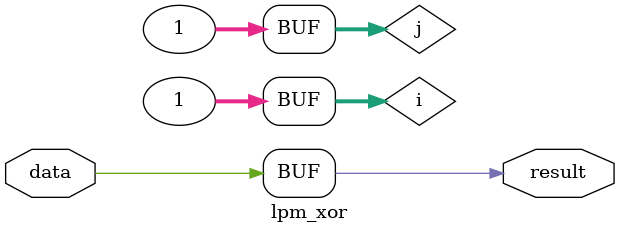
<source format=v>
module lpm_abs ( result, overflow, data ) ;

  parameter lpm_type = "lpm_abs" ;
  parameter lpm_width = 1 ;

  input  [lpm_width-1:0] data ;
  output [lpm_width-1:0] result ;
  output overflow ;

  reg    [lpm_width-1:0] a_int ;
  reg    [lpm_width-1:0] result ;
  reg	 overflow;
  integer i;

  always @(data)
    begin

	overflow = 0;
	if ( data[lpm_width-1] == 1)
	    begin
		a_int = 0;
		for(i = 0; i < lpm_width - 1; i = i + 1)
	                a_int[i] = data[i] ^ 1;
		result = (a_int + 1) ;
		overflow = (result == ( 1<<(lpm_width -1))) ;
            end
	else result = data;
    end

endmodule // lpm_abs

module lpm_add_sub (  result, cout, overflow,
        add_sub, cin, dataa, datab, clock, aclr ) ;

  parameter lpm_type = "lpm_add_sub" ;
  parameter lpm_width = 1 ;
  parameter lpm_pipeline = 0 ;
  parameter lpm_representation = "UNSIGNED" ;
  parameter lpm_direction  = "UNUSED" ;

  input  [lpm_width-1:0] dataa, datab ;
  input  add_sub, cin ;
  input  clock ;
  input  aclr ;
  output [lpm_width-1:0] result ;
  output cout, overflow ;

  reg  [lpm_width-1:0] tmp_result ;
  reg  [lpm_width-1:0] tmp_result2 [lpm_pipeline:0] ;
  reg  [lpm_pipeline:0] tmp_cout2 ;
  reg  [lpm_pipeline:0] tmp_overflow2 ;
  reg  tmp_cout ;
  reg  tmp_overflow ;
  reg  [lpm_width-2:0] tmp_a, tmp_b;
  integer i, j, k, n;
  integer dataa_int, datab_int, result_int, compare, borrow; 


  always @(  cin or dataa or datab or add_sub )
    begin

	begin
		borrow = cin?0:1 ;
		// cout is the same for both signed and unsign representation.	
  		if (lpm_direction == "ADD" || add_sub == 1) 
                begin
                        {tmp_cout,tmp_result} = dataa + datab + cin ;
                        tmp_overflow = tmp_cout ;
                end
                else
  		if (lpm_direction == "SUB" || add_sub == 0) 
                begin
                        // subtraction
                        {tmp_overflow, tmp_result} = dataa - datab - borrow ;
                        tmp_cout = (dataa >= (datab+borrow))?1:0 ;
                end
	
		if(lpm_representation == "SIGNED")
		begin
			// convert to negative integer
			if(dataa[lpm_width-1] == 1)
			begin
				for(j = 0; j < lpm_width - 1; j = j + 1)
					tmp_a[j] = dataa[j] ^ 1;
				dataa_int = (tmp_a + 1) * (-1) ;
			end
			else dataa_int = dataa;

			// convert to negative integer
			if(datab[lpm_width-1] == 1)
			begin
				for(k = 0; k < lpm_width - 1; k = k + 1)
					tmp_b[k] = datab[k] ^ 1;
				datab_int = (tmp_b + 1) * (-1);
			end
			else datab_int = datab;

			// perform the addtion or subtraction operation
  			if(lpm_direction == "ADD" || add_sub == 1)
  				result_int = dataa_int + datab_int + cin ;
  			else
  			if(lpm_direction == "SUB" || add_sub == 0)
  				result_int = dataa_int - datab_int - borrow ;
			tmp_result = result_int ;

			// set the overflow
			compare = 1 << (lpm_width -1);
			if((result_int > (compare - 1)) || (result_int < (-1)*(compare)))
				tmp_overflow = 1;
			else
				tmp_overflow = 0;
		end

	end
	end

  always @(posedge clock or posedge aclr )
    begin
        if(aclr)
        begin
        for(i = 0; i <= lpm_pipeline; i = i + 1)
        begin
            tmp_result2[i] = 'b0 ;
            tmp_cout2[i] = 1'b0 ;
            tmp_overflow2[i] = 1'b0 ;
        end
        end
	else begin
        tmp_result2[lpm_pipeline] = tmp_result ;
        tmp_cout2[lpm_pipeline] = tmp_cout ;
        tmp_overflow2[lpm_pipeline] = tmp_overflow ;
        for(n = 0; n < lpm_pipeline; n = n +1)
        begin
            tmp_result2[n] = tmp_result2[n+1] ;
            tmp_cout2[n] = tmp_cout2[n+1];
            tmp_overflow2[n] = tmp_overflow2[n+1];
        end
        end
    end


  assign result = (lpm_pipeline >0) ? tmp_result2[0]:tmp_result ;
  assign cout = (lpm_pipeline >0) ? tmp_cout2[0]  : tmp_cout;
  assign overflow = (lpm_pipeline >0) ? tmp_overflow2[0] : tmp_overflow ;

endmodule // lpm_add_sub

module lpm_and ( result, data ) ;

  parameter lpm_type = "lpm_and" ;
  parameter lpm_width = 1 ;
  parameter lpm_size = 1 ;

  input  [(lpm_size * lpm_width)-1:0] data;
  output [lpm_width-1:0] result ;

  reg    [lpm_width-1:0] result ;
  integer i, j, k;

  always @(data)
    begin
	for ( i=0; i<lpm_width; i=i+1)
	begin
		result[i] = data[i];
		for ( j=1; j<lpm_size; j=j+1)
		begin
			k = j * lpm_width + i;
			result[i] = result[i] & data[k];
		end
	end
    end

endmodule // lpm_and

module lpm_bipad ( result, pad, data, enable ) ;

  parameter lpm_type = "lpm_bipad" ;
  parameter lpm_width = 1 ;

  input  [lpm_width-1:0] data ;
  input  enable ;
  inout  [lpm_width-1:0] pad ;
  output [lpm_width-1:0] result ;

  reg    [lpm_width-1:0] tmp_pad ;
  reg    [lpm_width-1:0] result ;

  always @(data or pad or enable)
    begin
	if (enable == 1)
	   begin
		tmp_pad = data;
		result = 'bz;
	   end
	else
	if (enable == 0)
	   begin
		result = pad;
		tmp_pad = 'bz;
	   end
    end
  assign pad = tmp_pad;

endmodule // lpm_bipad

module lpm_bustri ( result, tridata, data, enabledt, enabletr ) ;

  parameter lpm_type = "lpm_bustri" ;
  parameter lpm_width = 1 ;

  input  [lpm_width-1:0] data ;
  input  enabletr ;
  input  enabledt ;
  output [lpm_width-1:0] result ;
  inout  [lpm_width-1:0] tridata ;

  reg    [lpm_width-1:0] result ;
  reg  [lpm_width-1:0] tmp_tridata ;

  always @(data or tridata or enabletr or enabledt)
    begin
	if (enabledt == 0 && enabletr == 1)
	   begin
		result = tridata;
		tmp_tridata = 'bz;
	   end
      	else
	if (enabledt == 1 && enabletr == 0)
	    begin
		result = 'bz;
		tmp_tridata = data;
	    end
	else
	if (enabledt == 1 && enabletr == 1)
	    begin
		result = data;
		tmp_tridata = data;
	    end
	else
	    begin
		result = 'bz;
		tmp_tridata = 'bz;
	    end
    end

  assign tridata = tmp_tridata;
endmodule // lpm_bustri

module lpm_clshift ( result, overflow,
        underflow, data,
        direction, distance) ;

  parameter lpm_type        = "lpm_clshift" ;
  parameter lpm_width       = 1 ;
  parameter lpm_widthdist   = 1 ;
  parameter lpm_shifttype   = "LOGICAL" ;

  input  [lpm_width-1:0] data ;
  input  [lpm_widthdist-1:0] distance ;
  input  direction ;
  output [lpm_width-1:0] result;
  output overflow ;
  output underflow;

  reg    [lpm_width-1:0] ONES ;
  reg    [lpm_width-1:0] result ;
  reg 	 overflow, underflow;
  integer i;

//---------------------------------------------------------------//
  function [lpm_width+1:0] LogicShift ;
    input [lpm_width-1:0] data ;
    input [lpm_widthdist-1:0] dist ;
    input direction ;
    reg   [lpm_width-1:0] tmp_buf ;
    reg   overflow, underflow ;
	
    begin
	  tmp_buf = data ;
	  overflow = 1'b0 ;
	  underflow = 1'b0 ;
	  if((direction) && (dist > 0))	// shift right
		begin
			tmp_buf = data >> dist ;
			if((data != 0 ) && ((dist >= lpm_width) || (tmp_buf == 0) ))
				underflow = 1'b1;
		end
	  else if (dist > 0) // shift left
		begin
			tmp_buf = data << dist ;
			if((data != 0) && ((dist >= lpm_width)
				|| ((data >> (lpm_width-dist)) != 0)))
				overflow = 1'b1;
		end
	  LogicShift = {overflow,underflow,tmp_buf[lpm_width-1:0]} ;
    end
  endfunction

//---------------------------------------------------------------//
  function [lpm_width+1:0] ArithShift ;
    input [lpm_width-1:0] data ;
    input [lpm_widthdist-1:0] dist ;
    input direction ;
    reg   [lpm_width-1:0] tmp_buf ;
    reg   overflow, underflow ;
    begin
	  tmp_buf = data ;
	  overflow = 1'b0 ;
	  underflow = 1'b0 ;

	  if(direction && (dist > 0))	// shift right
		begin
			if(data[lpm_width-1] == 0) // positive number
			  begin
	  			tmp_buf = data >> dist ;
				if((data != 0) && ((dist >= lpm_width) || (tmp_buf == 0)))
					underflow = 1'b1 ;
			  end
			else // negative number
			  begin
	  			tmp_buf = (data >> dist) | (ONES << (lpm_width - dist)) ;
				if((data != ONES) && ((dist >= lpm_width-1) || (tmp_buf == ONES)))
					underflow = 1'b1 ;
			  end
		end
	  else if(dist > 0) // shift left
		begin
			tmp_buf = data << dist ;
			if(data[lpm_width-1] == 0) // positive number
			  begin
				if((data != 0) && ((dist >= lpm_width-1) 
				|| ((data >> (lpm_width-dist-1)) != 0)))
					overflow = 1'b1;
			  end
			else // negative number
			  begin
				if((data != ONES) 
				&& ((dist >= lpm_width) 
				 ||(((data >> (lpm_width-dist-1))|(ONES << (dist+1))) != ONES)))
					overflow = 1'b1;
			  end
		end
	  ArithShift = {overflow,underflow,tmp_buf[lpm_width-1:0]} ;
    end
  endfunction

//---------------------------------------------------------------//
  function [lpm_width-1:0] RotateShift ;
    input [lpm_width-1:0] data ;
    input [lpm_widthdist-1:0] dist ;
    input direction ;
    reg   [lpm_width-1:0] tmp_buf ;
    begin
	  tmp_buf = data ;
	  if((direction) && (dist > 0))	// shift right
		begin
			tmp_buf = (data >> dist) | (data << (lpm_width - dist)) ;
		end
	  else if (dist > 0) // shift left
		begin
			tmp_buf = (data << dist) | (data >> (lpm_width - dist)) ;
		end
	  RotateShift = tmp_buf[lpm_width-1:0] ;
    end
  endfunction
//---------------------------------------------------------------//

  initial
  begin
	for(i=0; i < lpm_width; i=i+1)
        	ONES[i] = 1'b1 ;
  end

  always @(data or direction or distance)
    begin
          // lpm_shifttype is optional and default to LOGICAL
        if ((lpm_shifttype == "LOGICAL") )
          begin
                  {overflow,underflow,result} = LogicShift(data,distance,direction);
          end
        else if (lpm_shifttype == "ARITHMETIC")
          begin
                    {overflow,underflow,result} = ArithShift(data,distance,direction);
          end
        else if (lpm_shifttype == "ROTATE")
          begin
                    result = RotateShift(data, distance, direction) ;
  		    overflow = 1'b0;
  		    underflow = 1'b0;
          end
        else
          begin
                    result = 'bx ;
  		    overflow = 1'b0;
  		    underflow = 1'b0;
          end
 
    end

endmodule // lpm_clshift

module lpm_compare (  alb, aeb, agb, aleb, aneb, ageb, dataa, datab, clock, aclr ) ;


  parameter lpm_type = "lpm_compare" ;
  parameter lpm_width = 1 ;
  parameter lpm_pipeline = 0 ;
  parameter lpm_representation = "UNSIGNED" ;

  input  [lpm_width-1:0] dataa, datab ;
  input  clock ;
  input  aclr ;
  output alb, aeb, agb, aleb, aneb, ageb ;

  reg    tmp_alb, tmp_aeb, tmp_agb ;
  reg    tmp_aleb, tmp_aneb, tmp_ageb ;
  reg    [lpm_pipeline:0] tmp_alb2, tmp_aeb2, tmp_agb2 ;
  reg    [lpm_pipeline:0] tmp_aleb2, tmp_aneb2, tmp_ageb2 ;
  reg    [lpm_width-1:0] a_int;
  integer i, j, k, l, m, n, o, p, u, dataa_int, datab_int;

  always @( dataa or datab)
    begin
  		if (lpm_representation == "UNSIGNED") 
  	    	    begin
  			dataa_int = dataa[lpm_width-1:0];
  			datab_int = datab[lpm_width-1:0];
  	    	    end
  		else
  		if (lpm_representation == "SIGNED")
  		    begin
			if ( dataa[lpm_width-1] == 1)
	    		begin
				a_int = 0;
				for(i = 0; i < lpm_width - 1; i = i + 1)
	                		a_int[i] = dataa[i] ^ 1;
				dataa_int = (a_int + 1) * (-1) ;
			end
			else dataa_int = dataa[lpm_width-1:0];

			if ( datab[lpm_width-1] == 1)
	    		begin
				a_int = 0;
				for(j = 0; j < lpm_width - 1; j = j + 1)
	                		a_int[j] = datab[j] ^ 1;
				datab_int = (a_int + 1) * (-1) ;
			end
			else datab_int = datab[lpm_width-1:0];
		    end

		tmp_alb = (dataa_int < datab_int);
		tmp_aeb = (dataa_int == datab_int);
		tmp_agb = (dataa_int > datab_int);
		tmp_aleb = (dataa_int <= datab_int);
		tmp_aneb = (dataa_int != datab_int);
		tmp_ageb = (dataa_int >= datab_int);
    end

  always @( posedge clock or posedge aclr)
    begin
        if (aclr)
            begin 
        	for(u = 0; u <= lpm_pipeline; u = u +1)
		begin
            		tmp_aeb2[u] = 'b0 ;
            		tmp_agb2[u] = 'b0 ;
            		tmp_alb2[u] = 'b0 ;
            		tmp_aleb2[u] = 'b0 ;
            		tmp_aneb2[u] = 'b0 ;
            		tmp_ageb2[u] = 'b0 ;
		end
            end
	else
        begin
                // Assign results to registers
                tmp_alb2[lpm_pipeline] = tmp_alb ;
                tmp_aeb2[lpm_pipeline] = tmp_aeb ;
                tmp_agb2[lpm_pipeline] = tmp_agb ;
                tmp_aleb2[lpm_pipeline] = tmp_aleb ;
                tmp_aneb2[lpm_pipeline] = tmp_aneb ;
                tmp_ageb2[lpm_pipeline] = tmp_ageb ;

        	for(k = 0; k < lpm_pipeline; k = k +1)
            		tmp_alb2[k] = tmp_alb2[k+1] ;
        	for(l = 0; l < lpm_pipeline; l = l +1)
            		tmp_aeb2[l] = tmp_aeb2[l+1] ;
        	for(m = 0; m < lpm_pipeline; m = m +1)
            		tmp_agb2[m] = tmp_agb2[m+1] ;
        	for(n = 0; n < lpm_pipeline; n = n +1)
            		tmp_aleb2[n] = tmp_aleb2[n+1] ;
        	for(o = 0; o < lpm_pipeline; o = o +1)
            		tmp_aneb2[o] = tmp_aneb2[o+1] ;
        	for(p = 0; p < lpm_pipeline; p = p +1)
            		tmp_ageb2[p] = tmp_ageb2[p+1] ;
	end
    end

  assign alb = (lpm_pipeline > 0) ? tmp_alb2[0] : tmp_alb;
  assign aeb = (lpm_pipeline > 0) ? tmp_aeb2[0] : tmp_aeb;
  assign agb = (lpm_pipeline > 0) ? tmp_agb2[0] : tmp_agb;
  assign aleb = (lpm_pipeline > 0) ? tmp_aleb2[0] : tmp_aleb;
  assign aneb = (lpm_pipeline > 0) ? tmp_aneb2[0] : tmp_aneb;
  assign ageb = (lpm_pipeline > 0) ? tmp_ageb2[0] : tmp_ageb;

endmodule // lpm_compare

module lpm_constant ( result ) ;

  parameter lpm_type = "lpm_constant" ;
  parameter lpm_width = 1 ;
  parameter lpm_cvalue = 0 ;
  parameter lpm_strength = "UNUSED";

  output [lpm_width-1:0] result ;

  assign result = lpm_cvalue ;

endmodule // lpm_constant


module lpm_counter ( q, eq, 
        data, clock,
        clk_en, cnt_en, updown,
        aset, aclr, aload, 
        sset, sclr, sload) ;

  parameter lpm_type	 = "lpm_counter";
  parameter lpm_width    = 1 ;
  parameter lpm_modulus  = 1<<lpm_width ;
  parameter lpm_avalue   = "UNUSED" ;
  parameter lpm_svalue   = "UNUSED" ;
  parameter lpm_pvalue   = "UNUSED" ;
  parameter lpm_direction  = "UNUSED" ;

  output [lpm_width-1:0] q ;
  output [lpm_modulus-1:0] eq ;
  input  [lpm_width-1:0] data ;
  input  clock, clk_en, cnt_en, updown ;
  input  aset, aclr, aload ;
  input  sset, sclr, sload ;

  reg  [lpm_width-1:0] tmp_count ;
  reg  [lpm_width-1:0] re_start ;
  integer up_limit ;

//---------------------------------------------------------------//
  function [lpm_width-1:0] NextBin ;
        input [lpm_width-1:0] count ;
    begin 
	  up_limit = (updown == 1)?(lpm_modulus - 1):0 ;
	  re_start = (updown == 1)?0:(lpm_modulus - 1) ;
	  if(((count >= up_limit) && updown)
		|| ((count == up_limit) && !updown))
		NextBin = re_start ;
	  else
	  	NextBin = (updown == 1)?count+1:count-1 ;
    end 
  endfunction

//---------------------------------------------------------------//
//  function [(1<<lpm_width)-1:0] CountDecode ;
//---------------------------------------------------------------//
  function [lpm_modulus:0] CountDecode ;
    input [lpm_width-1:0] count ;
    integer eq_index ;
    begin
	  CountDecode = 0 ;
	  eq_index = 0;
	  if(count < lpm_modulus)
	  begin
		  eq_index = count ;
	  	  CountDecode[eq_index] = 1'b1 ;
	  end
    end
  endfunction

//---------------------------------------------------------------//
//  function integer str_to_int ;
//---------------------------------------------------------------//
  function integer str_to_int ;
    input  [8*16:1] s; 
    reg [8*16:1] reg_s;
    reg [8:1]   digit ;
    reg [8:1] tmp;
    integer   m , ivalue ; 
    begin 
  
	ivalue = 0;
	reg_s = s;
        for (m=1; m<=16; m= m+1 ) 
        begin 
		tmp = reg_s[128:121];
		digit = tmp & 8'b00001111;
		reg_s = reg_s << 8;	
                ivalue = ivalue * 10 + digit; 
        end
	str_to_int = ivalue;
    end
  endfunction

//---------------------------------------------------------------//

  always @( posedge clock or posedge aclr or posedge aset or 
		posedge aload  )
    begin :asyn_block
      if (aclr)
        begin
          tmp_count = 0 ;
        end
      else if (aset)
        begin
        if (lpm_avalue == "UNUSED")
                tmp_count = {lpm_width{1'b1}};
        else
          	tmp_count = str_to_int(lpm_avalue) ;
        end
      else if (aload)
        begin
          tmp_count = data ;
        end
    else
    begin :syn_block
	  if( clk_en )
	    begin
	      if (sclr)
			begin :syn_clr
				 tmp_count = 0 ;
			end
	      else if (sset)
			begin :syn_set
                                 if (lpm_svalue == "UNUSED")
                                 	tmp_count = {lpm_width{1'b1}};
                                 else
					tmp_count = str_to_int(lpm_svalue) ;
			end
	      else if (sload)
			begin :syn_load
					tmp_count = data ;
			end
	      else if( cnt_en)
		begin
			tmp_count = NextBin(tmp_count) ;
	        end
	    end
    end
    end 

  assign q =  tmp_count ;
  assign eq = CountDecode(tmp_count) ;

 endmodule // lpm_counter

module lpm_decode ( eq, data, enable, clock, aclr) ;

  parameter lpm_type     = "lpm_decode" ;
  parameter lpm_width    = 1 ;
  parameter lpm_decodes  = 1 << lpm_width ;
  parameter lpm_pipeline = 0 ;


  input  [lpm_width-1:0] data ;
  input  enable ;
  input  clock ;
  input  aclr ;
  output [lpm_decodes-1:0] eq ;

  reg    [lpm_decodes-1:0] tmp_eq2 [lpm_pipeline:0] ;
  reg    [lpm_decodes-1:0] tmp_eq;
  integer i, j;


  always @( data or enable)
    begin
	tmp_eq = 0;
	if (enable)
            begin
                if( (data < lpm_decodes))
                    begin
                        tmp_eq[data] = 1'b1 ;
                    end else
			tmp_eq = 0;
	    end
    end
 
    always @(posedge clock or posedge aclr)
    begin
        if (aclr)
            begin 
                for(i = 0; i <= lpm_pipeline; i = i + 1)
            		tmp_eq2[i] = 'b0 ;
            end
   	else 
	begin
        tmp_eq2[lpm_pipeline] = tmp_eq ;
        for(j = 0; j < lpm_pipeline; j = j +1)
            tmp_eq2[j] = tmp_eq2[j+1] ;
	end
      end

  assign eq = (lpm_pipeline > 0) ? tmp_eq2[0] : tmp_eq;

endmodule // lpm_decode

module lpm_ff ( q,
        data, clock, enable,
        aclr, aset,
        sclr, sset,
        aload, sload) ;

  parameter lpm_type = "lpm_ff" ;
  parameter lpm_fftype = "DFF" ;
  parameter lpm_width  = 1 ;
  parameter lpm_avalue = "UNUSED" ;
  parameter lpm_svalue = "UNUSED" ;

  input  [lpm_width-1:0] data ;
  input  clock, enable ;
  input  aclr, aset ;
  input  sclr, sset ;
  input  aload, sload  ;
  output [lpm_width-1:0] q;

  reg   [lpm_width-1:0] tmp_q ;
  integer i ;

//---------------------------------------------------------------//
//  function integer str_to_int ;
//---------------------------------------------------------------//
  function integer str_to_int ;
    input  [8*16:1] s; 
    reg [8*16:1] reg_s;
    reg [8:1]   digit ;
    reg [8:1] tmp;
    integer   m , ivalue ; 
    begin 
  
	ivalue = 0;
	reg_s = s;
        for (m=1; m<=16; m= m+1 ) 
        begin 
		tmp = reg_s[128:121];
		digit = tmp & 8'b00001111;
		reg_s = reg_s << 8;	
                ivalue = ivalue * 10 + digit; 
        end
	str_to_int = ivalue;
    end
  endfunction
//---------------------------------------------------------------//

  always @( posedge clock or posedge aclr or posedge aset or posedge aload )
    begin :asyn_block // Asynchronous process

      if (aclr)
	begin
         	 tmp_q = 0 ;
	end
      else if (aset)
	begin
		if (lpm_avalue == "UNUSED")
			tmp_q = {lpm_width{1'b1}};
		else
			tmp_q = str_to_int(lpm_avalue) ;
	end
      else if (aload)
	begin
         	 tmp_q = data ;
	end
    else

    begin :syn_block // Synchronous process
      	if (enable)
	    begin
		if(sclr)
		  begin
       			tmp_q = 0;
		  end
      		else if (sset )
		  begin
			if (lpm_svalue == "UNUSED") 
       		                tmp_q = {lpm_width{1'b1}}; 
	                else
				tmp_q = str_to_int(lpm_svalue) ;
		  end
      		else if (sload)  // Load data
		  begin
        		tmp_q = data ;
		  end
		else
		  begin
  			if(lpm_fftype == "TFF") // toggle
			  begin
   		             for (i = 0 ; i < lpm_width; i=i+1)
       			         begin
  					if(data[i] == 1'b1) 
  						tmp_q[i] = ~tmp_q[i];
               		 	 end
			  end
  			else 
  			if(lpm_fftype == "DFF") // load data
        			tmp_q = data ;
		  end
	    end
    end
    end

    assign q = tmp_q;
endmodule // lpm_ff
 
module lpm_inpad ( result, pad ) ;

  parameter lpm_type = "lpm_inpad" ;
  parameter lpm_width = 1 ;

  input  [lpm_width-1:0] pad ;
  output [lpm_width-1:0] result ;

  reg    [lpm_width-1:0] result ;

  always @(pad)
    begin
      result = pad ;
    end

endmodule // lpm_inpad

module lpm_inv ( result, data ) ;

  parameter lpm_type = "lpm_inv" ;
  parameter lpm_width = 1 ;

  input  [lpm_width-1:0] data ;
  output [lpm_width-1:0] result ;

  reg    [lpm_width-1:0] result ;

  always @(data)
    begin
      result = ~data ;
    end

endmodule // lpm_inv

module lpm_latch ( q, data, gate, aset, aclr );

  parameter lpm_type = "lpm_latch" ;
  parameter lpm_width = 1 ;
  parameter lpm_avalue = "UNUSED" ;
  parameter lpm_pvalue = "UNUSED" ;

  input  [lpm_width-1:0] data ;
  input  gate, aset, aclr ;
  output [lpm_width-1:0] q ;

  reg [lpm_width-1:0] q ;

//---------------------------------------------------------------//
//  function integer str_to_int ;
//---------------------------------------------------------------//
  function integer str_to_int ;
    input  [8*16:1] s; 
    reg [8*16:1] reg_s;
    reg [8:1]   digit ;
    reg [8:1] tmp;
    integer   m , ivalue ; 
    begin 
  
	ivalue = 0;
	reg_s = s;
        for (m=1; m<=16; m= m+1 ) 
        begin 
		tmp = reg_s[128:121];
		digit = tmp & 8'b00001111;
		reg_s = reg_s << 8;	
                ivalue = ivalue * 10 + digit; 
        end
	str_to_int = ivalue;
    end
  endfunction
//---------------------------------------------------------------//

  always @(data or gate or aclr or aset)
    begin
	if (aclr)
		q = 'b0;
	else if (aset)
	    begin
		if (lpm_avalue == "UNUSED")
			q = {lpm_width{1'b1}};
		else	
			q = str_to_int(lpm_avalue);
	    end
	else if (gate)
		q = data;
	
    end

endmodule // lpm_latch

module lpm_mult ( result, dataa, datab, sum, clock, aclr ) ;

  parameter lpm_type       = "lpm_mult" ;
  parameter lpm_widtha     = 1 ;
  parameter lpm_widthb     = 1 ;
  parameter lpm_widths     = 1 ;
  parameter lpm_widthp     = 2 ;
  parameter lpm_pipeline   = 0 ;
  parameter lpm_representation  = "UNSIGNED" ;

  input  clock ;
  input  aclr ;
  input  [lpm_widtha-1:0] dataa ;
  input  [lpm_widthb-1:0] datab ;
  input  [lpm_widths-1:0] sum ;
  output [lpm_widthp-1:0] result;

  // inernal reg
  reg   [lpm_widthp-1:0] tmp_result ;
  reg   [lpm_widthp-1:0] tmp_result2 [lpm_pipeline:0];
  reg   [lpm_widtha-2:0] a_int ;
  reg   [lpm_widthb-2:0] b_int ;
  reg   [lpm_widths-2:0] s_int ;
  reg   [lpm_widthp-2:0] p_reg ;
  integer p_int;
  integer i, j, k, m, n, p, maxs_mn ;
  integer int_dataa, int_datab, int_sum, int_result ;


  always @( dataa or datab or sum)
    begin
      		if (lpm_representation == "UNSIGNED")
        		begin
		  			int_dataa = dataa ;
		  			int_datab = datab ;
		  			int_sum = sum ;
        		end
      		else 
  		if (lpm_representation == "SIGNED")
          		begin
		  		// convert signed dataa
          		if(dataa[lpm_widtha-1] == 1)
          		begin
            		int_dataa = 0 ;
            		for(i = 0; i < lpm_widtha - 1; i = i + 1)
                		a_int[i] = dataa[i] ^ 1;
            		int_dataa = (a_int + 1) * (-1) ;
          		end
          		else int_dataa = dataa ;

		  		// convert signed datab
          		if(datab[lpm_widthb-1] == 1)
          		begin
            		int_datab = 0 ;
            		for(j = 0; j < lpm_widthb - 1; j = j + 1)
                		b_int[j] = datab[j] ^ 1;
            		int_datab = (b_int + 1) * (-1) ;
          		end
          		else int_datab = datab ;

		  		// convert signed sum
          		if(sum[lpm_widths-1] == 1)
          		begin
            		int_sum = 0 ;
            		for(k = 0; k < lpm_widths - 1; k = k + 1)
                		s_int[k] = sum[k] ^ 1;
            		int_sum = (s_int + 1) * (-1) ;
          		end
          		else int_sum = sum ;
				end
        		else 
          		begin
  		  			int_dataa = {lpm_widtha{1'bx}} ;
  		  			int_datab = {lpm_widthb{1'bx}} ;
  		  			int_sum   = {lpm_widths{1'bx}} ;
          		end

	  		p_int = int_dataa * int_datab + int_sum ;
			maxs_mn = ((lpm_widtha+lpm_widthb)>lpm_widths)?lpm_widtha+lpm_widthb:lpm_widths ;
	  		if(lpm_widthp >= maxs_mn)
				tmp_result = p_int ;
	  		else
				begin
					p_reg = p_int;
					for(m = 0; m < lpm_widthp; m = m +1)
						tmp_result[lpm_widthp-1-m] = p_reg[maxs_mn-1-m] ;
				end	
	end

	always @(posedge clock or posedge aclr)
	begin
	  if(aclr)
		begin
			for(p = 0; p <= lpm_pipeline; p = p + 1)
				tmp_result2[p] = 'b0;
		end
	  else
	  begin :syn_block
	  	tmp_result2[lpm_pipeline] = tmp_result ;
		for(n = 0; n < lpm_pipeline; n = n +1)
			tmp_result2[n] = tmp_result2[n+1] ;
	  end
	end

  assign result = (lpm_pipeline > 0) ? tmp_result2[0] : tmp_result ;

 endmodule // lpm_mult

module lpm_mux ( result, clock, data, aclr, sel ) ;

  parameter lpm_type = "lpm_mux" ;
  parameter lpm_width =1 ;
  parameter lpm_size =1 ;
  parameter lpm_widths = 1;
  parameter lpm_pipeline = 0;

  input  [(lpm_size * lpm_width)-1:0] data;
  input aclr;
  input clock;
  input [lpm_widths-1:0] sel;
  output [lpm_width-1:0] result ;

  integer i, j, m, n;
  reg 	[lpm_width-1:0] tmp_result;
  reg	[lpm_width-1:0] tmp_result2 [lpm_pipeline:0];

  always @(data or sel)
    begin
	tmp_result = 0;
	for (m=0; m<lpm_width; m=m+1)
	begin
		n = sel * lpm_width + m;
		tmp_result[m] = data[n];
	end
    end

    always @(posedge clock or posedge aclr)
    begin
        if (aclr)
            begin
                for(i = 0; i <= lpm_pipeline; i = i + 1)
                        tmp_result2[i] = 'b0 ;
            end
        else
        begin
        	tmp_result2[lpm_pipeline] = tmp_result ;
        	for(j = 0; j < lpm_pipeline; j = j +1)
            		tmp_result2[j] = tmp_result2[j+1] ;
        end
      end

  assign result = (lpm_pipeline > 0) ? tmp_result2[0] : tmp_result;
endmodule // lpm_mux

module lpm_or ( result, data ) ;

  parameter lpm_type = "lpm_and" ;
  parameter lpm_width = 1 ;
  parameter lpm_size = 1 ;

  input  [(lpm_size * lpm_width)-1:0] data;
  output [lpm_width-1:0] result ;

  reg    [lpm_width-1:0] result ;
  integer i, j, k;

  always @(data)
    begin
	for ( i=0; i<lpm_width; i=i+1)
	begin
		result[i] = data[i];
		for ( j=1; j<lpm_size; j=j+1)
		begin
			k = j * lpm_width + i;
			result[i] = result[i] | data[k];
		end
	end
    end

endmodule // lpm_and

module lpm_outpad ( data, pad ) ;

  parameter lpm_type = "lpm_outpad" ;
  parameter lpm_width = 1 ;

  input [lpm_width-1:0] data ;
  output  [lpm_width-1:0] pad ;

  reg   [lpm_width-1:0] pad ;

  always @(data)
    begin
      pad = data ;
    end

endmodule // lpm_outpad

module lpm_shiftreg ( q, shiftout,
        data, clock, enable,
        aclr, aset, 
        sclr, sset,
        shiftin, load) ;

  parameter lpm_type = "lpm_shiftreg" ;
  parameter lpm_width  = 1 ;
  parameter lpm_avalue = "UNUSED" ;
  parameter lpm_svalue = "UNUSED" ;
  parameter lpm_direction = "LEFT" ;

  input  [lpm_width-1:0] data ;
  input  clock, enable ;
  input  aclr, aset;
  input  sclr, sset ;
  input  shiftin, load ;
  output [lpm_width-1:0] q;
  output shiftout ;

  reg   [lpm_width-1:0] tmp_q ;
  reg   abit ;
  integer i ;

  wire  tmp_shiftout;

//---------------------------------------------------------------//
//  function integer str_to_int ;
//---------------------------------------------------------------//
  function integer str_to_int ;
    input  [8*16:1] s; 
    reg [8*16:1] reg_s;
    reg [8:1]   digit ;
    reg [8:1] tmp;
    integer   m , ivalue ; 
    begin 
  
	ivalue = 0;
	reg_s = s;
        for (m=1; m<=16; m= m+1 ) 
        begin 
		tmp = reg_s[128:121];
		digit = tmp & 8'b00001111;
		reg_s = reg_s << 8;	
                ivalue = ivalue * 10 + digit; 
        end
	str_to_int = ivalue;
    end
  endfunction
//---------------------------------------------------------------//

  always @( posedge clock or posedge aclr or posedge aset )
    begin :asyn_block // Asynchronous process

	if (aclr)
	    begin
        	 tmp_q = 0 ;
	    end
	else if (aset )
	    begin
		if (lpm_avalue === "UNUSED")
                        tmp_q = {lpm_width{1'b1}};
		else
         	 	tmp_q = str_to_int(lpm_avalue) ;
	    end
	else

    begin :syn_block // Synchronous process
      	if (enable)
	  begin
		if(sclr)
		  begin
       			tmp_q = 0;
		  end
      		else if (sset)
		  begin
			if (lpm_svalue === "UNUSED")
				tmp_q = {lpm_width{1'b1}};
			else
         	 		tmp_q = str_to_int(lpm_svalue) ;
		  end
      		else if (load)  
		  begin
        		tmp_q = data ;
		  end
      		else if (!load)
       		  begin
  			if(lpm_direction === "LEFT")
  				begin
					{abit,tmp_q} = {tmp_q,shiftin};
  				end
  			else if(lpm_direction === "RIGHT")
  				begin
  					{tmp_q,abit} = {shiftin,tmp_q};
  				end
        	  end
	  end
    end
  end


   assign tmp_shiftout = (lpm_direction === "LEFT")?tmp_q[lpm_width-1]:tmp_q[0];
   assign q = tmp_q ;
   assign shiftout = tmp_shiftout ;

endmodule // lpm_shiftreg
 
module lpm_xor ( result, data ) ;

  parameter lpm_type = "lpm_and" ;
  parameter lpm_width = 1 ;
  parameter lpm_size = 1 ;

  input  [(lpm_size * lpm_width)-1:0] data;
  output [lpm_width-1:0] result ;

  reg    [lpm_width-1:0] result ;
  integer i, j, k;

  always @(data)
    begin
	for ( i=0; i<lpm_width; i=i+1)
	begin
		result[i] = data[i];
		for ( j=1; j<lpm_size; j=j+1)
		begin
			k = j * lpm_width + i;
			result[i] = result[i] ^ data[k];
		end
	end
    end

endmodule // lpm_and

</source>
